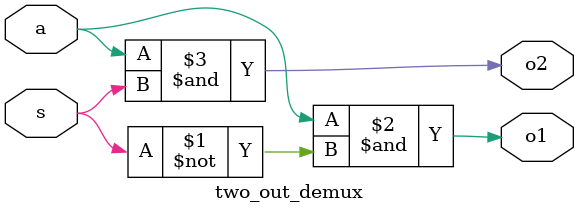
<source format=v>
module two_out_demux(o1,o2,a,s);
input a;
input s;
output o1,o2;

assign o1=a&~s;
assign o2=a&s;
endmodule



</source>
